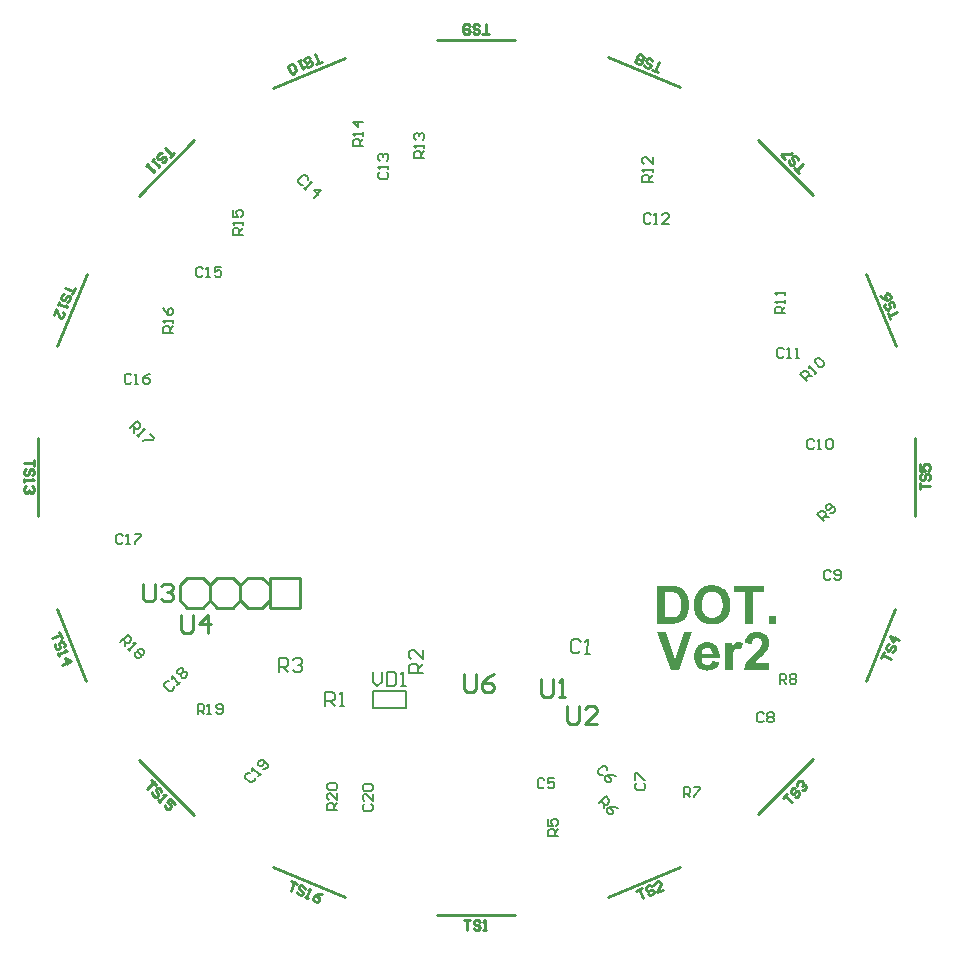
<source format=gto>
G04*
G04 #@! TF.GenerationSoftware,Altium Limited,Altium Designer,18.1.7 (191)*
G04*
G04 Layer_Color=65535*
%FSLAX42Y42*%
%MOMM*%
G71*
G01*
G75*
%ADD10C,0.25*%
%ADD11C,0.20*%
%ADD12C,0.21*%
%ADD13C,0.18*%
%ADD14C,0.19*%
G36*
X6390Y2617D02*
X6329D01*
Y2679D01*
X6390D01*
Y2617D01*
D02*
G37*
G36*
X6287Y2883D02*
X6193D01*
Y2617D01*
X6128D01*
Y2883D01*
X6033D01*
Y2938D01*
X6287D01*
Y2883D01*
D02*
G37*
G36*
X5516Y2937D02*
X5525Y2937D01*
X5535Y2936D01*
X5545Y2935D01*
X5555Y2933D01*
X5564Y2931D01*
X5564D01*
X5565Y2931D01*
X5566Y2930D01*
X5568Y2930D01*
X5574Y2927D01*
X5580Y2924D01*
X5588Y2920D01*
X5596Y2915D01*
X5604Y2909D01*
X5612Y2901D01*
X5612D01*
X5613Y2900D01*
X5615Y2898D01*
X5619Y2893D01*
X5623Y2887D01*
X5628Y2880D01*
X5633Y2871D01*
X5638Y2861D01*
X5642Y2850D01*
Y2849D01*
X5643Y2848D01*
X5643Y2846D01*
X5644Y2844D01*
X5645Y2841D01*
X5646Y2838D01*
X5646Y2833D01*
X5648Y2829D01*
X5649Y2824D01*
X5650Y2818D01*
X5651Y2812D01*
X5651Y2805D01*
X5652Y2790D01*
X5653Y2774D01*
Y2774D01*
Y2772D01*
Y2770D01*
Y2768D01*
X5652Y2764D01*
Y2760D01*
X5652Y2756D01*
X5652Y2751D01*
X5651Y2740D01*
X5649Y2729D01*
X5646Y2717D01*
X5643Y2706D01*
Y2706D01*
X5642Y2705D01*
X5641Y2703D01*
X5640Y2700D01*
X5640Y2697D01*
X5638Y2694D01*
X5634Y2686D01*
X5629Y2677D01*
X5623Y2667D01*
X5616Y2658D01*
X5609Y2649D01*
X5608Y2648D01*
X5605Y2646D01*
X5602Y2644D01*
X5596Y2640D01*
X5590Y2636D01*
X5583Y2632D01*
X5573Y2627D01*
X5563Y2624D01*
X5563D01*
X5562Y2623D01*
X5561D01*
X5559Y2623D01*
X5554Y2622D01*
X5548Y2620D01*
X5540Y2619D01*
X5530Y2618D01*
X5519Y2618D01*
X5506Y2617D01*
X5385D01*
Y2938D01*
X5513D01*
X5516Y2937D01*
D02*
G37*
G36*
X5856Y2943D02*
X5861D01*
X5867Y2942D01*
X5874Y2941D01*
X5882Y2940D01*
X5890Y2938D01*
X5899Y2936D01*
X5908Y2933D01*
X5917Y2929D01*
X5927Y2925D01*
X5936Y2920D01*
X5945Y2914D01*
X5954Y2907D01*
X5963Y2899D01*
X5963Y2899D01*
X5964Y2897D01*
X5967Y2894D01*
X5969Y2891D01*
X5972Y2887D01*
X5976Y2881D01*
X5980Y2875D01*
X5984Y2867D01*
X5988Y2859D01*
X5992Y2850D01*
X5995Y2840D01*
X5999Y2829D01*
X6001Y2817D01*
X6003Y2805D01*
X6005Y2791D01*
X6005Y2777D01*
Y2776D01*
Y2774D01*
X6005Y2770D01*
Y2764D01*
X6004Y2757D01*
X6003Y2750D01*
X6001Y2741D01*
X6000Y2732D01*
X5998Y2723D01*
X5995Y2713D01*
X5991Y2702D01*
X5987Y2692D01*
X5982Y2683D01*
X5976Y2673D01*
X5970Y2664D01*
X5963Y2655D01*
X5962Y2654D01*
X5961Y2653D01*
X5958Y2651D01*
X5955Y2648D01*
X5951Y2645D01*
X5945Y2641D01*
X5939Y2637D01*
X5933Y2633D01*
X5925Y2629D01*
X5917Y2625D01*
X5907Y2621D01*
X5897Y2618D01*
X5887Y2615D01*
X5875Y2613D01*
X5863Y2612D01*
X5850Y2611D01*
X5847D01*
X5843Y2612D01*
X5839Y2612D01*
X5833Y2613D01*
X5826Y2614D01*
X5818Y2615D01*
X5809Y2617D01*
X5800Y2619D01*
X5791Y2622D01*
X5782Y2626D01*
X5772Y2630D01*
X5763Y2634D01*
X5754Y2640D01*
X5745Y2647D01*
X5737Y2655D01*
X5736Y2655D01*
X5735Y2657D01*
X5733Y2659D01*
X5730Y2663D01*
X5727Y2667D01*
X5723Y2673D01*
X5720Y2679D01*
X5716Y2686D01*
X5712Y2694D01*
X5708Y2703D01*
X5704Y2713D01*
X5701Y2724D01*
X5698Y2735D01*
X5696Y2748D01*
X5695Y2761D01*
X5695Y2775D01*
Y2776D01*
Y2777D01*
Y2780D01*
X5695Y2783D01*
Y2788D01*
X5696Y2792D01*
X5696Y2798D01*
X5696Y2804D01*
X5698Y2817D01*
X5701Y2831D01*
X5704Y2844D01*
X5709Y2857D01*
Y2858D01*
X5709Y2858D01*
X5710Y2860D01*
X5711Y2862D01*
X5714Y2866D01*
X5717Y2872D01*
X5721Y2879D01*
X5726Y2886D01*
X5732Y2894D01*
X5739Y2901D01*
X5739Y2902D01*
X5739Y2902D01*
X5742Y2905D01*
X5746Y2908D01*
X5751Y2913D01*
X5757Y2917D01*
X5764Y2922D01*
X5772Y2927D01*
X5780Y2931D01*
X5781D01*
X5782Y2931D01*
X5783Y2932D01*
X5786Y2932D01*
X5789Y2934D01*
X5792Y2935D01*
X5796Y2936D01*
X5800Y2937D01*
X5810Y2939D01*
X5822Y2942D01*
X5835Y2943D01*
X5849Y2944D01*
X5852D01*
X5856Y2943D01*
D02*
G37*
G36*
X6079Y2462D02*
X6084Y2461D01*
X6091Y2460D01*
X6098Y2457D01*
X6105Y2455D01*
X6112Y2450D01*
X6093Y2397D01*
X6092Y2398D01*
X6090Y2399D01*
X6087Y2400D01*
X6083Y2402D01*
X6079Y2404D01*
X6074Y2406D01*
X6069Y2407D01*
X6064Y2407D01*
X6062D01*
X6059Y2407D01*
X6057Y2407D01*
X6053Y2406D01*
X6050Y2404D01*
X6046Y2402D01*
X6042Y2400D01*
X6042Y2400D01*
X6041Y2399D01*
X6039Y2397D01*
X6037Y2394D01*
X6035Y2391D01*
X6032Y2386D01*
X6030Y2381D01*
X6028Y2374D01*
Y2373D01*
X6028Y2372D01*
X6027Y2370D01*
Y2368D01*
X6027Y2365D01*
X6026Y2362D01*
X6026Y2357D01*
X6025Y2353D01*
X6025Y2347D01*
X6025Y2341D01*
Y2333D01*
X6024Y2326D01*
X6024Y2317D01*
Y2307D01*
Y2296D01*
Y2225D01*
X5962D01*
Y2457D01*
X6019D01*
Y2425D01*
X6019Y2425D01*
X6021Y2428D01*
X6024Y2432D01*
X6028Y2437D01*
X6032Y2442D01*
X6036Y2447D01*
X6040Y2452D01*
X6045Y2455D01*
X6045Y2456D01*
X6047Y2456D01*
X6050Y2457D01*
X6053Y2459D01*
X6057Y2460D01*
X6061Y2462D01*
X6066Y2462D01*
X6071Y2463D01*
X6075D01*
X6079Y2462D01*
D02*
G37*
G36*
X5570Y2225D02*
X5500D01*
X5385Y2545D01*
X5455D01*
X5536Y2308D01*
X5615Y2545D01*
X5683D01*
X5570Y2225D01*
D02*
G37*
G36*
X6239Y2547D02*
X6243Y2546D01*
X6248Y2546D01*
X6253Y2545D01*
X6258Y2544D01*
X6270Y2541D01*
X6282Y2536D01*
X6289Y2533D01*
X6294Y2530D01*
X6300Y2526D01*
X6305Y2521D01*
X6306Y2521D01*
X6307Y2520D01*
X6308Y2518D01*
X6310Y2517D01*
X6312Y2514D01*
X6314Y2511D01*
X6317Y2508D01*
X6319Y2504D01*
X6324Y2494D01*
X6329Y2484D01*
X6330Y2478D01*
X6331Y2471D01*
X6332Y2464D01*
X6333Y2457D01*
Y2456D01*
Y2454D01*
X6332Y2450D01*
X6332Y2444D01*
X6331Y2438D01*
X6330Y2431D01*
X6328Y2424D01*
X6325Y2416D01*
X6324Y2415D01*
X6324Y2413D01*
X6322Y2409D01*
X6319Y2404D01*
X6316Y2398D01*
X6312Y2391D01*
X6306Y2383D01*
X6300Y2375D01*
X6300Y2375D01*
X6298Y2373D01*
X6295Y2369D01*
X6291Y2365D01*
X6286Y2359D01*
X6279Y2352D01*
X6270Y2344D01*
X6260Y2334D01*
X6260Y2334D01*
X6259Y2333D01*
X6257Y2332D01*
X6256Y2330D01*
X6250Y2326D01*
X6244Y2320D01*
X6238Y2314D01*
X6232Y2308D01*
X6227Y2303D01*
X6225Y2301D01*
X6223Y2299D01*
X6223Y2298D01*
X6222Y2297D01*
X6220Y2295D01*
X6218Y2293D01*
X6214Y2288D01*
X6211Y2282D01*
X6333D01*
Y2225D01*
X6118D01*
Y2226D01*
Y2226D01*
X6118Y2228D01*
X6119Y2231D01*
X6119Y2233D01*
X6119Y2237D01*
X6121Y2245D01*
X6124Y2254D01*
X6128Y2264D01*
X6132Y2276D01*
X6138Y2286D01*
Y2287D01*
X6139Y2288D01*
X6140Y2289D01*
X6142Y2291D01*
X6144Y2295D01*
X6147Y2298D01*
X6150Y2302D01*
X6154Y2307D01*
X6158Y2312D01*
X6163Y2318D01*
X6169Y2324D01*
X6175Y2331D01*
X6182Y2338D01*
X6190Y2346D01*
X6198Y2354D01*
X6207Y2363D01*
X6208Y2363D01*
X6209Y2365D01*
X6211Y2367D01*
X6214Y2369D01*
X6218Y2372D01*
X6221Y2376D01*
X6230Y2384D01*
X6238Y2393D01*
X6246Y2402D01*
X6250Y2406D01*
X6254Y2410D01*
X6256Y2413D01*
X6258Y2416D01*
X6259Y2417D01*
X6260Y2419D01*
X6262Y2423D01*
X6265Y2428D01*
X6267Y2433D01*
X6269Y2440D01*
X6271Y2446D01*
X6271Y2453D01*
Y2454D01*
Y2454D01*
Y2456D01*
X6271Y2461D01*
X6270Y2465D01*
X6268Y2470D01*
X6267Y2475D01*
X6264Y2481D01*
X6260Y2485D01*
X6260Y2486D01*
X6258Y2487D01*
X6256Y2489D01*
X6252Y2491D01*
X6248Y2493D01*
X6243Y2494D01*
X6237Y2496D01*
X6230Y2496D01*
X6226D01*
X6223Y2496D01*
X6218Y2495D01*
X6213Y2494D01*
X6208Y2491D01*
X6203Y2488D01*
X6199Y2485D01*
X6198Y2484D01*
X6197Y2482D01*
X6195Y2480D01*
X6193Y2475D01*
X6191Y2470D01*
X6189Y2463D01*
X6187Y2456D01*
X6186Y2446D01*
X6125Y2452D01*
Y2453D01*
X6125Y2455D01*
Y2457D01*
X6126Y2461D01*
X6127Y2465D01*
X6128Y2469D01*
X6130Y2475D01*
X6131Y2481D01*
X6136Y2492D01*
X6141Y2504D01*
X6145Y2510D01*
X6149Y2516D01*
X6154Y2520D01*
X6159Y2525D01*
X6159Y2525D01*
X6160Y2526D01*
X6162Y2527D01*
X6164Y2529D01*
X6167Y2530D01*
X6170Y2532D01*
X6174Y2534D01*
X6179Y2536D01*
X6184Y2538D01*
X6189Y2540D01*
X6201Y2544D01*
X6216Y2546D01*
X6223Y2547D01*
X6231Y2547D01*
X6236D01*
X6239Y2547D01*
D02*
G37*
G36*
X5813Y2462D02*
X5817Y2462D01*
X5822Y2461D01*
X5827Y2460D01*
X5833Y2458D01*
X5840Y2456D01*
X5846Y2454D01*
X5853Y2451D01*
X5860Y2448D01*
X5867Y2444D01*
X5873Y2439D01*
X5880Y2434D01*
X5885Y2428D01*
X5886Y2427D01*
X5887Y2426D01*
X5888Y2424D01*
X5890Y2421D01*
X5892Y2418D01*
X5895Y2413D01*
X5897Y2408D01*
X5900Y2402D01*
X5903Y2395D01*
X5906Y2387D01*
X5908Y2379D01*
X5910Y2369D01*
X5912Y2359D01*
X5914Y2348D01*
X5914Y2336D01*
Y2323D01*
X5761D01*
Y2323D01*
Y2322D01*
Y2320D01*
X5761Y2319D01*
X5762Y2314D01*
X5763Y2307D01*
X5764Y2301D01*
X5767Y2294D01*
X5771Y2287D01*
X5775Y2281D01*
X5776Y2280D01*
X5778Y2278D01*
X5781Y2276D01*
X5785Y2273D01*
X5790Y2270D01*
X5796Y2268D01*
X5803Y2266D01*
X5811Y2266D01*
X5813D01*
X5816Y2266D01*
X5819Y2267D01*
X5823Y2268D01*
X5827Y2269D01*
X5831Y2271D01*
X5835Y2274D01*
X5835Y2274D01*
X5837Y2275D01*
X5839Y2277D01*
X5840Y2280D01*
X5843Y2283D01*
X5845Y2288D01*
X5848Y2293D01*
X5850Y2299D01*
X5911Y2289D01*
Y2288D01*
X5911Y2288D01*
X5910Y2286D01*
X5909Y2283D01*
X5907Y2281D01*
X5906Y2277D01*
X5902Y2270D01*
X5897Y2262D01*
X5890Y2253D01*
X5882Y2245D01*
X5874Y2238D01*
X5873D01*
X5873Y2237D01*
X5871Y2236D01*
X5869Y2235D01*
X5867Y2233D01*
X5864Y2232D01*
X5860Y2231D01*
X5856Y2229D01*
X5847Y2226D01*
X5836Y2223D01*
X5824Y2221D01*
X5810Y2220D01*
X5808D01*
X5805Y2220D01*
X5801D01*
X5795Y2221D01*
X5789Y2222D01*
X5783Y2223D01*
X5777Y2225D01*
X5769Y2227D01*
X5762Y2230D01*
X5754Y2233D01*
X5747Y2237D01*
X5739Y2241D01*
X5733Y2246D01*
X5727Y2252D01*
X5721Y2259D01*
X5720Y2260D01*
X5720Y2261D01*
X5719Y2263D01*
X5717Y2265D01*
X5715Y2268D01*
X5714Y2272D01*
X5711Y2276D01*
X5709Y2281D01*
X5707Y2287D01*
X5705Y2293D01*
X5703Y2299D01*
X5702Y2307D01*
X5700Y2314D01*
X5699Y2322D01*
X5698Y2331D01*
X5698Y2339D01*
Y2340D01*
Y2342D01*
Y2345D01*
X5698Y2349D01*
X5699Y2354D01*
X5699Y2359D01*
X5700Y2365D01*
X5702Y2372D01*
X5705Y2387D01*
X5708Y2394D01*
X5710Y2402D01*
X5714Y2409D01*
X5718Y2416D01*
X5723Y2423D01*
X5728Y2430D01*
X5728Y2430D01*
X5729Y2431D01*
X5731Y2433D01*
X5733Y2435D01*
X5736Y2437D01*
X5740Y2440D01*
X5744Y2443D01*
X5749Y2446D01*
X5754Y2449D01*
X5760Y2452D01*
X5766Y2455D01*
X5773Y2457D01*
X5780Y2459D01*
X5788Y2461D01*
X5795Y2462D01*
X5804Y2463D01*
X5809D01*
X5813Y2462D01*
D02*
G37*
%LPC*%
G36*
X5492Y2883D02*
X5450D01*
Y2671D01*
X5507D01*
X5513Y2672D01*
X5519D01*
X5526Y2673D01*
X5532Y2673D01*
X5537Y2674D01*
X5538D01*
X5540Y2675D01*
X5542Y2676D01*
X5546Y2677D01*
X5550Y2679D01*
X5554Y2682D01*
X5559Y2684D01*
X5563Y2688D01*
X5563Y2688D01*
X5565Y2689D01*
X5566Y2692D01*
X5569Y2695D01*
X5571Y2699D01*
X5574Y2704D01*
X5577Y2711D01*
X5579Y2718D01*
Y2719D01*
X5580Y2719D01*
Y2720D01*
X5580Y2722D01*
X5581Y2724D01*
X5582Y2727D01*
X5583Y2734D01*
X5584Y2742D01*
X5585Y2752D01*
X5586Y2764D01*
X5586Y2777D01*
Y2777D01*
Y2779D01*
Y2781D01*
Y2783D01*
Y2786D01*
X5586Y2790D01*
X5585Y2798D01*
X5584Y2807D01*
X5584Y2817D01*
X5582Y2826D01*
X5579Y2834D01*
Y2834D01*
X5579Y2835D01*
X5578Y2837D01*
X5577Y2841D01*
X5575Y2845D01*
X5572Y2850D01*
X5569Y2855D01*
X5565Y2860D01*
X5561Y2865D01*
X5560Y2865D01*
X5559Y2867D01*
X5556Y2869D01*
X5553Y2871D01*
X5548Y2874D01*
X5543Y2876D01*
X5538Y2878D01*
X5531Y2880D01*
X5531D01*
X5528Y2881D01*
X5525Y2881D01*
X5520Y2882D01*
X5516D01*
X5512Y2882D01*
X5508D01*
X5503Y2883D01*
X5498D01*
X5492Y2883D01*
D02*
G37*
G36*
X5850Y2888D02*
X5846D01*
X5844Y2888D01*
X5840Y2888D01*
X5836Y2887D01*
X5827Y2885D01*
X5817Y2882D01*
X5811Y2880D01*
X5806Y2877D01*
X5801Y2874D01*
X5795Y2870D01*
X5790Y2866D01*
X5785Y2861D01*
X5785Y2860D01*
X5784Y2859D01*
X5783Y2858D01*
X5782Y2856D01*
X5780Y2852D01*
X5778Y2849D01*
X5776Y2845D01*
X5773Y2840D01*
X5771Y2834D01*
X5769Y2828D01*
X5767Y2821D01*
X5765Y2814D01*
X5764Y2806D01*
X5762Y2797D01*
X5762Y2788D01*
X5761Y2777D01*
Y2777D01*
Y2775D01*
Y2772D01*
X5762Y2769D01*
X5762Y2764D01*
X5763Y2758D01*
X5764Y2753D01*
X5764Y2746D01*
X5767Y2733D01*
X5772Y2720D01*
X5775Y2713D01*
X5778Y2706D01*
X5782Y2700D01*
X5786Y2695D01*
X5787Y2694D01*
X5788Y2693D01*
X5789Y2692D01*
X5791Y2690D01*
X5793Y2688D01*
X5796Y2686D01*
X5800Y2683D01*
X5804Y2681D01*
X5813Y2675D01*
X5824Y2671D01*
X5830Y2669D01*
X5836Y2668D01*
X5843Y2667D01*
X5850Y2666D01*
X5854D01*
X5857Y2667D01*
X5860Y2667D01*
X5864Y2668D01*
X5872Y2670D01*
X5882Y2673D01*
X5888Y2676D01*
X5893Y2678D01*
X5898Y2681D01*
X5904Y2685D01*
X5909Y2689D01*
X5914Y2694D01*
X5914Y2695D01*
X5914Y2695D01*
X5916Y2697D01*
X5917Y2699D01*
X5920Y2702D01*
X5921Y2706D01*
X5924Y2710D01*
X5926Y2715D01*
X5928Y2721D01*
X5931Y2727D01*
X5933Y2734D01*
X5935Y2742D01*
X5936Y2750D01*
X5938Y2758D01*
X5938Y2768D01*
X5938Y2778D01*
Y2779D01*
Y2781D01*
Y2783D01*
X5938Y2788D01*
X5938Y2792D01*
X5937Y2797D01*
X5937Y2803D01*
X5935Y2809D01*
X5932Y2823D01*
X5928Y2837D01*
X5926Y2844D01*
X5922Y2850D01*
X5918Y2856D01*
X5914Y2861D01*
X5914Y2862D01*
X5913Y2863D01*
X5912Y2863D01*
X5910Y2865D01*
X5907Y2868D01*
X5904Y2870D01*
X5901Y2872D01*
X5897Y2875D01*
X5893Y2877D01*
X5888Y2880D01*
X5877Y2884D01*
X5871Y2886D01*
X5864Y2887D01*
X5858Y2888D01*
X5850Y2888D01*
D02*
G37*
G36*
X5808Y2415D02*
X5804D01*
X5801Y2414D01*
X5796Y2413D01*
X5791Y2412D01*
X5785Y2409D01*
X5780Y2406D01*
X5775Y2400D01*
X5774Y2400D01*
X5773Y2398D01*
X5771Y2394D01*
X5768Y2390D01*
X5765Y2384D01*
X5764Y2377D01*
X5762Y2369D01*
X5762Y2361D01*
X5853D01*
Y2361D01*
Y2362D01*
Y2363D01*
X5853Y2365D01*
X5852Y2370D01*
X5851Y2375D01*
X5850Y2382D01*
X5847Y2389D01*
X5844Y2395D01*
X5839Y2401D01*
X5839Y2401D01*
X5837Y2403D01*
X5834Y2406D01*
X5831Y2408D01*
X5826Y2411D01*
X5820Y2413D01*
X5814Y2415D01*
X5808Y2415D01*
D02*
G37*
%LPD*%
D10*
X993Y1463D02*
X1460Y996D01*
X299Y2739D02*
X551Y2129D01*
X145Y3525D02*
Y4185D01*
X304Y4966D02*
X556Y5576D01*
X998Y6242D02*
X1465Y6709D01*
X2129Y7151D02*
X2739Y7404D01*
X3522Y7560D02*
X4183D01*
X4966Y7411D02*
X5576Y7159D01*
X6240Y6712D02*
X6707Y6245D01*
X7154Y5578D02*
X7406Y4968D01*
X7565Y3525D02*
Y4185D01*
X7149Y2132D02*
X7401Y2742D01*
X6237Y1003D02*
X6704Y1470D01*
X4966Y306D02*
X5576Y559D01*
X3522Y152D02*
X4183D01*
X2129Y554D02*
X2739Y301D01*
X2106Y2750D02*
X2360D01*
X2106D02*
Y3005D01*
X2360Y2750D02*
Y3005D01*
X2042Y2750D02*
X2106Y2814D01*
X1916Y2750D02*
X2042D01*
X1852Y2814D02*
X1916Y2750D01*
X1852Y2814D02*
Y2941D01*
X1916Y3005D01*
X2042D01*
X2106Y2941D01*
Y3005D02*
X2360D01*
X1789Y3005D02*
X1852Y2941D01*
X1661Y3005D02*
X1789Y3005D01*
X1598Y2941D02*
X1661Y3005D01*
X1598Y2814D02*
Y2941D01*
Y2814D02*
X1661Y2750D01*
X1789Y2750D01*
X1852Y2814D01*
X1535Y3005D02*
X1598Y2941D01*
X1407Y3005D02*
X1535D01*
X1344Y2941D02*
X1407Y3005D01*
X1344Y2814D02*
Y2941D01*
Y2814D02*
X1407Y2750D01*
X1535D01*
X1598Y2814D01*
X2285Y437D02*
X2335Y416D01*
X2310Y426D01*
X2280Y352D01*
X2404Y374D02*
X2396Y391D01*
X2372Y401D01*
X2354Y394D01*
X2349Y382D01*
X2356Y364D01*
X2381Y354D01*
X2388Y337D01*
X2383Y324D01*
X2366Y317D01*
X2341Y327D01*
X2334Y345D01*
X2403Y302D02*
X2428Y292D01*
X2415Y297D01*
X2446Y371D01*
X2428Y364D01*
X2544Y330D02*
X2515Y328D01*
X2480Y314D01*
X2470Y289D01*
X2477Y272D01*
X2502Y261D01*
X2519Y269D01*
X2524Y281D01*
X2517Y299D01*
X2480Y314D01*
X1102Y1293D02*
X1139Y1255D01*
X1121Y1274D01*
X1064Y1218D01*
X1186Y1189D02*
X1186Y1207D01*
X1167Y1227D01*
X1149Y1227D01*
X1139Y1217D01*
X1139Y1199D01*
X1157Y1180D01*
X1157Y1161D01*
X1148Y1151D01*
X1129Y1152D01*
X1110Y1171D01*
X1110Y1190D01*
X1157Y1123D02*
X1175Y1104D01*
X1166Y1113D01*
X1223Y1169D01*
X1204Y1170D01*
X1298Y1093D02*
X1260Y1131D01*
X1232Y1103D01*
X1260Y1093D01*
X1269Y1084D01*
X1269Y1065D01*
X1250Y1046D01*
X1231Y1047D01*
X1213Y1066D01*
X1213Y1085D01*
X322Y2548D02*
X342Y2498D01*
X332Y2523D01*
X258Y2493D01*
X360Y2419D02*
X367Y2437D01*
X357Y2461D01*
X339Y2469D01*
X327Y2464D01*
X320Y2446D01*
X330Y2422D01*
X323Y2404D01*
X310Y2399D01*
X293Y2406D01*
X283Y2431D01*
X290Y2449D01*
X308Y2369D02*
X318Y2345D01*
X313Y2357D01*
X387Y2387D01*
X370Y2395D01*
X348Y2271D02*
X422Y2301D01*
X370Y2323D01*
X390Y2274D01*
X105Y4006D02*
Y3952D01*
Y3979D01*
X25D01*
X92Y3872D02*
X105Y3886D01*
Y3912D01*
X92Y3926D01*
X79D01*
X65Y3912D01*
Y3886D01*
X52Y3872D01*
X39D01*
X25Y3886D01*
Y3912D01*
X39Y3926D01*
X25Y3846D02*
Y3819D01*
Y3832D01*
X105D01*
X92Y3846D01*
Y3779D02*
X105Y3766D01*
Y3739D01*
X92Y3726D01*
X79D01*
X65Y3739D01*
Y3752D01*
Y3739D01*
X52Y3726D01*
X39D01*
X25Y3739D01*
Y3766D01*
X39Y3779D01*
X452Y5458D02*
X432Y5408D01*
X442Y5433D01*
X368Y5463D01*
X390Y5339D02*
X408Y5347D01*
X417Y5371D01*
X410Y5389D01*
X398Y5394D01*
X380Y5386D01*
X370Y5361D01*
X353Y5354D01*
X341Y5359D01*
X333Y5376D01*
X343Y5401D01*
X360Y5408D01*
X319Y5339D02*
X309Y5314D01*
X314Y5326D01*
X388Y5297D01*
X381Y5314D01*
X274Y5227D02*
X294Y5277D01*
X324Y5208D01*
X336Y5203D01*
X354Y5210D01*
X363Y5235D01*
X356Y5252D01*
X1295Y6605D02*
X1257Y6568D01*
X1276Y6586D01*
X1221Y6644D01*
X1190Y6522D02*
X1208Y6522D01*
X1228Y6540D01*
X1228Y6559D01*
X1219Y6569D01*
X1200Y6569D01*
X1181Y6551D01*
X1162Y6551D01*
X1153Y6561D01*
X1153Y6580D01*
X1173Y6598D01*
X1191Y6598D01*
X1124Y6552D02*
X1105Y6534D01*
X1115Y6543D01*
X1170Y6485D01*
X1170Y6504D01*
X1076Y6506D02*
X1057Y6488D01*
X1066Y6497D01*
X1122Y6439D01*
X1122Y6458D01*
X2543Y7376D02*
X2494Y7356D01*
X2519Y7366D01*
X2488Y7440D01*
X2415Y7337D02*
X2432Y7330D01*
X2457Y7340D01*
X2464Y7358D01*
X2459Y7370D01*
X2442Y7377D01*
X2417Y7367D01*
X2400Y7374D01*
X2395Y7386D01*
X2402Y7404D01*
X2426Y7414D01*
X2444Y7407D01*
X2365Y7389D02*
X2340Y7378D01*
X2353Y7383D01*
X2383Y7310D01*
X2390Y7327D01*
X2329Y7301D02*
X2322Y7284D01*
X2297Y7274D01*
X2280Y7281D01*
X2259Y7330D01*
X2266Y7348D01*
X2291Y7358D01*
X2308Y7351D01*
X2329Y7301D01*
X3958Y7613D02*
X3904D01*
X3931D01*
Y7693D01*
X3824Y7626D02*
X3838Y7613D01*
X3864D01*
X3878Y7626D01*
Y7639D01*
X3864Y7653D01*
X3838D01*
X3824Y7666D01*
Y7679D01*
X3838Y7693D01*
X3864D01*
X3878Y7679D01*
X3798D02*
X3784Y7693D01*
X3758D01*
X3744Y7679D01*
Y7626D01*
X3758Y7613D01*
X3784D01*
X3798Y7626D01*
Y7639D01*
X3784Y7653D01*
X3744D01*
X5392Y7286D02*
X5343Y7306D01*
X5368Y7296D01*
X5398Y7370D01*
X5274Y7349D02*
X5281Y7331D01*
X5306Y7321D01*
X5323Y7329D01*
X5328Y7341D01*
X5321Y7358D01*
X5296Y7368D01*
X5289Y7386D01*
X5294Y7398D01*
X5311Y7405D01*
X5336Y7395D01*
X5343Y7378D01*
X5249Y7359D02*
X5232Y7352D01*
X5207Y7362D01*
X5200Y7379D01*
X5205Y7391D01*
X5222Y7399D01*
X5215Y7416D01*
X5220Y7428D01*
X5237Y7436D01*
X5262Y7426D01*
X5269Y7408D01*
X5264Y7396D01*
X5247Y7389D01*
X5254Y7371D01*
X5249Y7359D01*
X5247Y7389D02*
X5222Y7399D01*
X6584Y6436D02*
X6546Y6473D01*
X6565Y6454D01*
X6621Y6511D01*
X6498Y6539D02*
X6498Y6520D01*
X6517Y6501D01*
X6536Y6501D01*
X6546Y6511D01*
X6546Y6530D01*
X6527Y6548D01*
X6526Y6567D01*
X6536Y6577D01*
X6555Y6577D01*
X6574Y6558D01*
X6574Y6539D01*
X6470Y6548D02*
X6432Y6586D01*
X6442Y6595D01*
X6517Y6595D01*
X6526Y6605D01*
X7357Y5195D02*
X7335Y5244D01*
X7346Y5220D01*
X7419Y5252D01*
X7315Y5323D02*
X7308Y5305D01*
X7319Y5281D01*
X7337Y5274D01*
X7349Y5279D01*
X7356Y5297D01*
X7345Y5321D01*
X7352Y5339D01*
X7364Y5344D01*
X7382Y5337D01*
X7392Y5313D01*
X7386Y5295D01*
X7271Y5390D02*
X7294Y5371D01*
X7329Y5358D01*
X7353Y5368D01*
X7360Y5386D01*
X7349Y5410D01*
X7332Y5417D01*
X7320Y5412D01*
X7313Y5394D01*
X7329Y5358D01*
X7610Y3753D02*
Y3806D01*
Y3779D01*
X7690D01*
X7623Y3886D02*
X7610Y3872D01*
Y3846D01*
X7623Y3832D01*
X7637D01*
X7650Y3846D01*
Y3872D01*
X7663Y3886D01*
X7677D01*
X7690Y3872D01*
Y3846D01*
X7677Y3832D01*
X7610Y3966D02*
Y3912D01*
X7650D01*
X7637Y3939D01*
Y3952D01*
X7650Y3966D01*
X7677D01*
X7690Y3952D01*
Y3926D01*
X7677Y3912D01*
X7283Y2325D02*
X7303Y2374D01*
X7293Y2350D01*
X7367Y2320D01*
X7346Y2444D02*
X7328Y2436D01*
X7318Y2411D01*
X7326Y2394D01*
X7338Y2389D01*
X7355Y2396D01*
X7365Y2421D01*
X7383Y2429D01*
X7395Y2424D01*
X7402Y2406D01*
X7392Y2382D01*
X7375Y2374D01*
X7432Y2480D02*
X7358Y2510D01*
X7380Y2458D01*
X7400Y2508D01*
X6448Y1141D02*
X6486Y1179D01*
X6467Y1160D01*
X6524Y1104D01*
X6551Y1227D02*
X6533Y1227D01*
X6514Y1208D01*
X6514Y1189D01*
X6523Y1179D01*
X6542Y1179D01*
X6561Y1198D01*
X6580Y1198D01*
X6589Y1189D01*
X6589Y1170D01*
X6571Y1151D01*
X6552Y1151D01*
X6570Y1246D02*
X6570Y1264D01*
X6589Y1283D01*
X6608Y1283D01*
X6617Y1274D01*
X6617Y1255D01*
X6608Y1246D01*
X6617Y1255D01*
X6636Y1255D01*
X6646Y1246D01*
X6646Y1227D01*
X6627Y1208D01*
X6608Y1208D01*
X5209Y356D02*
X5258Y377D01*
X5233Y367D01*
X5265Y293D01*
X5337Y396D02*
X5319Y403D01*
X5295Y393D01*
X5288Y375D01*
X5293Y363D01*
X5310Y356D01*
X5335Y366D01*
X5352Y359D01*
X5358Y347D01*
X5350Y329D01*
X5326Y319D01*
X5308Y326D01*
X5436Y366D02*
X5387Y345D01*
X5416Y415D01*
X5410Y427D01*
X5393Y434D01*
X5368Y424D01*
X5361Y406D01*
X3750Y105D02*
X3803D01*
X3777D01*
Y25D01*
X3883Y92D02*
X3870Y105D01*
X3843D01*
X3830Y92D01*
Y79D01*
X3843Y65D01*
X3870D01*
X3883Y52D01*
Y39D01*
X3870Y25D01*
X3843D01*
X3830Y39D01*
X3910Y25D02*
X3937D01*
X3923D01*
Y105D01*
X3910Y92D01*
X1032Y2957D02*
Y2830D01*
X1058Y2805D01*
X1109D01*
X1134Y2830D01*
Y2957D01*
X1185Y2932D02*
X1210Y2957D01*
X1261D01*
X1286Y2932D01*
Y2907D01*
X1261Y2881D01*
X1236D01*
X1261D01*
X1286Y2856D01*
Y2830D01*
X1261Y2805D01*
X1210D01*
X1185Y2830D01*
X4402Y2150D02*
Y2023D01*
X4427Y1998D01*
X4478D01*
X4504Y2023D01*
Y2150D01*
X4554Y1998D02*
X4605D01*
X4580D01*
Y2150D01*
X4554Y2124D01*
X3747Y2192D02*
Y2065D01*
X3773Y2040D01*
X3824D01*
X3849Y2065D01*
Y2192D01*
X4001D02*
X3951Y2167D01*
X3900Y2116D01*
Y2065D01*
X3925Y2040D01*
X3976D01*
X4001Y2065D01*
Y2091D01*
X3976Y2116D01*
X3900D01*
X1350Y2687D02*
Y2560D01*
X1375Y2535D01*
X1426D01*
X1452Y2560D01*
Y2687D01*
X1579Y2535D02*
Y2687D01*
X1502Y2611D01*
X1604D01*
X4617Y1922D02*
Y1795D01*
X4643Y1770D01*
X4694D01*
X4719Y1795D01*
Y1922D01*
X4871Y1770D02*
X4770D01*
X4871Y1872D01*
Y1897D01*
X4846Y1922D01*
X4795D01*
X4770Y1897D01*
D11*
X3257Y1905D02*
Y2045D01*
X2977Y1905D02*
Y2045D01*
Y1905D02*
X3257D01*
X2977Y2045D02*
X3257D01*
D12*
X1875Y5908D02*
X1790D01*
Y5950D01*
X1804Y5964D01*
X1833D01*
X1847Y5950D01*
Y5908D01*
Y5936D02*
X1875Y5964D01*
Y5992D02*
Y6021D01*
Y6007D01*
X1790D01*
X1804Y5992D01*
X1790Y6120D02*
Y6063D01*
X1833D01*
X1818Y6092D01*
Y6106D01*
X1833Y6120D01*
X1861D01*
X1875Y6106D01*
Y6077D01*
X1861Y6063D01*
X1539Y5623D02*
X1525Y5637D01*
X1497D01*
X1482Y5623D01*
Y5567D01*
X1497Y5553D01*
X1525D01*
X1539Y5567D01*
X1567Y5553D02*
X1596D01*
X1582D01*
Y5637D01*
X1567Y5623D01*
X1695Y5637D02*
X1638D01*
Y5595D01*
X1667Y5609D01*
X1681D01*
X1695Y5595D01*
Y5567D01*
X1681Y5553D01*
X1652D01*
X1638Y5567D01*
X1285Y5078D02*
X1200D01*
Y5120D01*
X1214Y5134D01*
X1243D01*
X1257Y5120D01*
Y5078D01*
Y5106D02*
X1285Y5134D01*
Y5162D02*
Y5191D01*
Y5177D01*
X1200D01*
X1214Y5162D01*
X1200Y5290D02*
X1214Y5262D01*
X1243Y5233D01*
X1271D01*
X1285Y5247D01*
Y5276D01*
X1271Y5290D01*
X1257D01*
X1243Y5276D01*
Y5233D01*
X932Y4721D02*
X917Y4735D01*
X889D01*
X875Y4721D01*
Y4664D01*
X889Y4650D01*
X917D01*
X932Y4664D01*
X960Y4650D02*
X988D01*
X974D01*
Y4735D01*
X960Y4721D01*
X1087Y4735D02*
X1059Y4721D01*
X1031Y4693D01*
Y4664D01*
X1045Y4650D01*
X1073D01*
X1087Y4664D01*
Y4679D01*
X1073Y4693D01*
X1031D01*
X918Y4275D02*
X978Y4335D01*
X1008Y4305D01*
Y4285D01*
X988Y4265D01*
X968D01*
X938Y4295D01*
X958Y4275D02*
X958Y4235D01*
X978Y4215D02*
X998Y4195D01*
X988Y4205D01*
X1048Y4265D01*
X1028D01*
X1088Y4225D02*
X1128Y4185D01*
X1118Y4175D01*
X1038D01*
X1028Y4165D01*
X862Y3363D02*
X847Y3377D01*
X819D01*
X805Y3363D01*
Y3307D01*
X819Y3292D01*
X847D01*
X862Y3307D01*
X890Y3292D02*
X918D01*
X904D01*
Y3377D01*
X890Y3363D01*
X961Y3377D02*
X1017D01*
Y3363D01*
X961Y3307D01*
Y3292D01*
X840Y2465D02*
X900Y2525D01*
X930Y2495D01*
Y2475D01*
X910Y2455D01*
X890D01*
X860Y2485D01*
X880Y2465D02*
X880Y2425D01*
X900Y2405D02*
X920Y2385D01*
X910Y2395D01*
X970Y2455D01*
X950D01*
X1000Y2405D02*
X1020D01*
X1040Y2385D01*
Y2365D01*
X1030Y2355D01*
X1010D01*
Y2335D01*
X1000Y2325D01*
X980D01*
X960Y2345D01*
Y2365D01*
X970Y2375D01*
X990D01*
Y2395D01*
X1000Y2405D01*
X990Y2375D02*
X1010Y2355D01*
X1252Y2130D02*
X1232D01*
X1212Y2110D01*
Y2090D01*
X1252Y2050D01*
X1273D01*
X1293Y2070D01*
Y2090D01*
X1323Y2100D02*
X1343Y2120D01*
X1333Y2110D01*
X1273Y2170D01*
Y2150D01*
X1323Y2200D02*
Y2220D01*
X1343Y2240D01*
X1363D01*
X1373Y2230D01*
Y2210D01*
X1393D01*
X1403Y2200D01*
Y2180D01*
X1383Y2160D01*
X1363D01*
X1353Y2170D01*
Y2190D01*
X1333D01*
X1323Y2200D01*
X1353Y2190D02*
X1373Y2210D01*
X1493Y1852D02*
Y1937D01*
X1535D01*
X1549Y1923D01*
Y1895D01*
X1535Y1881D01*
X1493D01*
X1521D02*
X1549Y1852D01*
X1577D02*
X1606D01*
X1592D01*
Y1937D01*
X1577Y1923D01*
X1648Y1867D02*
X1662Y1852D01*
X1691D01*
X1705Y1867D01*
Y1923D01*
X1691Y1937D01*
X1662D01*
X1648Y1923D01*
Y1909D01*
X1662Y1895D01*
X1705D01*
X1937Y1353D02*
X1917D01*
X1897Y1333D01*
Y1313D01*
X1937Y1273D01*
X1958D01*
X1978Y1293D01*
Y1313D01*
X2008Y1323D02*
X2028Y1343D01*
X2018Y1333D01*
X1958Y1393D01*
Y1373D01*
X2048Y1383D02*
X2068D01*
X2088Y1403D01*
Y1423D01*
X2048Y1463D01*
X2028D01*
X2008Y1443D01*
Y1423D01*
X2018Y1413D01*
X2038D01*
X2068Y1443D01*
X2675Y1040D02*
X2590D01*
Y1082D01*
X2604Y1097D01*
X2633D01*
X2647Y1082D01*
Y1040D01*
Y1068D02*
X2675Y1097D01*
Y1182D02*
Y1125D01*
X2618Y1182D01*
X2604D01*
X2590Y1167D01*
Y1139D01*
X2604Y1125D01*
Y1210D02*
X2590Y1224D01*
Y1252D01*
X2604Y1267D01*
X2661D01*
X2675Y1252D01*
Y1224D01*
X2661Y1210D01*
X2604D01*
X2904Y1089D02*
X2890Y1075D01*
Y1047D01*
X2904Y1032D01*
X2961D01*
X2975Y1047D01*
Y1075D01*
X2961Y1089D01*
X2975Y1174D02*
Y1117D01*
X2918Y1174D01*
X2904D01*
X2890Y1160D01*
Y1132D01*
X2904Y1117D01*
Y1202D02*
X2890Y1217D01*
Y1245D01*
X2904Y1259D01*
X2961D01*
X2975Y1245D01*
Y1217D01*
X2961Y1202D01*
X2904D01*
X2892Y6662D02*
X2808D01*
Y6705D01*
X2822Y6719D01*
X2850D01*
X2864Y6705D01*
Y6662D01*
Y6691D02*
X2892Y6719D01*
Y6747D02*
Y6776D01*
Y6762D01*
X2808D01*
X2822Y6747D01*
X2892Y6861D02*
X2808D01*
X2850Y6818D01*
Y6875D01*
X2425Y6375D02*
Y6395D01*
X2405Y6415D01*
X2385D01*
X2345Y6375D01*
Y6355D01*
X2365Y6335D01*
X2385D01*
X2395Y6305D02*
X2415Y6285D01*
X2405Y6295D01*
X2465Y6355D01*
X2445D01*
X2475Y6225D02*
X2535Y6285D01*
X2475D01*
X2515Y6245D01*
X3037Y6439D02*
X3023Y6425D01*
Y6397D01*
X3037Y6383D01*
X3093D01*
X3108Y6397D01*
Y6425D01*
X3093Y6439D01*
X3108Y6467D02*
Y6496D01*
Y6482D01*
X3023D01*
X3037Y6467D01*
Y6538D02*
X3023Y6552D01*
Y6581D01*
X3037Y6595D01*
X3051D01*
X3065Y6581D01*
Y6567D01*
Y6581D01*
X3079Y6595D01*
X3093D01*
X3108Y6581D01*
Y6552D01*
X3093Y6538D01*
X3412Y6560D02*
X3328D01*
Y6602D01*
X3342Y6617D01*
X3370D01*
X3384Y6602D01*
Y6560D01*
Y6588D02*
X3412Y6617D01*
Y6645D02*
Y6673D01*
Y6659D01*
X3328D01*
X3342Y6645D01*
Y6716D02*
X3328Y6730D01*
Y6758D01*
X3342Y6772D01*
X3356D01*
X3370Y6758D01*
Y6744D01*
Y6758D01*
X3384Y6772D01*
X3398D01*
X3412Y6758D01*
Y6730D01*
X3398Y6716D01*
X5345Y6355D02*
X5260D01*
Y6397D01*
X5274Y6412D01*
X5303D01*
X5317Y6397D01*
Y6355D01*
Y6383D02*
X5345Y6412D01*
Y6440D02*
Y6468D01*
Y6454D01*
X5260D01*
X5274Y6440D01*
X5345Y6567D02*
Y6511D01*
X5288Y6567D01*
X5274D01*
X5260Y6553D01*
Y6525D01*
X5274Y6511D01*
X5329Y6076D02*
X5315Y6090D01*
X5287D01*
X5272Y6076D01*
Y6019D01*
X5287Y6005D01*
X5315D01*
X5329Y6019D01*
X5357Y6005D02*
X5386D01*
X5372D01*
Y6090D01*
X5357Y6076D01*
X5485Y6005D02*
X5428D01*
X5485Y6062D01*
Y6076D01*
X5471Y6090D01*
X5442D01*
X5428Y6076D01*
X6470Y5245D02*
X6385D01*
Y5287D01*
X6399Y5302D01*
X6428D01*
X6442Y5287D01*
Y5245D01*
Y5273D02*
X6470Y5302D01*
Y5330D02*
Y5358D01*
Y5344D01*
X6385D01*
X6399Y5330D01*
X6470Y5401D02*
Y5429D01*
Y5415D01*
X6385D01*
X6399Y5401D01*
X6459Y4941D02*
X6445Y4955D01*
X6417D01*
X6403Y4941D01*
Y4884D01*
X6417Y4870D01*
X6445D01*
X6459Y4884D01*
X6487Y4870D02*
X6516D01*
X6502D01*
Y4955D01*
X6487Y4941D01*
X6558Y4870D02*
X6587D01*
X6572D01*
Y4955D01*
X6558Y4941D01*
X6657Y4670D02*
X6597Y4730D01*
X6627Y4760D01*
X6647D01*
X6668Y4740D01*
Y4720D01*
X6637Y4690D01*
X6657Y4710D02*
X6698Y4710D01*
X6718Y4730D02*
X6738Y4750D01*
X6728Y4740D01*
X6668Y4800D01*
Y4780D01*
X6718Y4830D02*
Y4850D01*
X6738Y4870D01*
X6758D01*
X6798Y4830D01*
Y4810D01*
X6778Y4790D01*
X6758D01*
X6718Y4830D01*
X6714Y4166D02*
X6700Y4180D01*
X6672D01*
X6657Y4166D01*
Y4109D01*
X6672Y4095D01*
X6700D01*
X6714Y4109D01*
X6742Y4095D02*
X6771D01*
X6757D01*
Y4180D01*
X6742Y4166D01*
X6813D02*
X6827Y4180D01*
X6856D01*
X6870Y4166D01*
Y4109D01*
X6856Y4095D01*
X6827D01*
X6813Y4109D01*
Y4166D01*
X6800Y3483D02*
X6740Y3543D01*
X6770Y3573D01*
X6790D01*
X6810Y3553D01*
Y3533D01*
X6780Y3503D01*
X6800Y3523D02*
X6840Y3523D01*
X6850Y3553D02*
X6870D01*
X6890Y3573D01*
Y3593D01*
X6850Y3633D01*
X6830D01*
X6810Y3613D01*
Y3593D01*
X6820Y3583D01*
X6840D01*
X6870Y3613D01*
X6857Y3058D02*
X6842Y3072D01*
X6814D01*
X6800Y3058D01*
Y3002D01*
X6814Y2988D01*
X6842D01*
X6857Y3002D01*
X6885D02*
X6899Y2988D01*
X6927D01*
X6942Y3002D01*
Y3058D01*
X6927Y3072D01*
X6899D01*
X6885Y3058D01*
Y3044D01*
X6899Y3030D01*
X6942D01*
X4545Y820D02*
X4460D01*
Y862D01*
X4474Y877D01*
X4503D01*
X4517Y862D01*
Y820D01*
Y848D02*
X4545Y877D01*
X4460Y962D02*
Y905D01*
X4503D01*
X4488Y933D01*
Y947D01*
X4503Y962D01*
X4531D01*
X4545Y947D01*
Y919D01*
X4531Y905D01*
X4429Y1293D02*
X4415Y1307D01*
X4387D01*
X4372Y1293D01*
Y1237D01*
X4387Y1223D01*
X4415D01*
X4429Y1237D01*
X4514Y1307D02*
X4457D01*
Y1265D01*
X4486Y1279D01*
X4500D01*
X4514Y1265D01*
Y1237D01*
X4500Y1223D01*
X4472D01*
X4457Y1237D01*
X4963Y1375D02*
Y1395D01*
X4943Y1415D01*
X4923D01*
X4883Y1375D01*
Y1355D01*
X4903Y1335D01*
X4923D01*
X5033Y1325D02*
X5003Y1335D01*
X4963D01*
X4943Y1315D01*
Y1295D01*
X4963Y1275D01*
X4983D01*
X4993Y1285D01*
Y1305D01*
X4963Y1335D01*
X4890Y1095D02*
X4950Y1155D01*
X4980Y1125D01*
Y1105D01*
X4960Y1085D01*
X4940D01*
X4910Y1115D01*
X4930Y1095D02*
X4930Y1055D01*
X5050D02*
X5020Y1065D01*
X4980D01*
X4960Y1045D01*
Y1025D01*
X4980Y1005D01*
X5000D01*
X5010Y1015D01*
Y1035D01*
X4980Y1065D01*
X5608Y1148D02*
Y1232D01*
X5650D01*
X5664Y1218D01*
Y1190D01*
X5650Y1176D01*
X5608D01*
X5636D02*
X5664Y1148D01*
X5692Y1232D02*
X5749D01*
Y1218D01*
X5692Y1162D01*
Y1148D01*
X5214Y1264D02*
X5200Y1250D01*
Y1222D01*
X5214Y1207D01*
X5271D01*
X5285Y1222D01*
Y1250D01*
X5271Y1264D01*
X5200Y1292D02*
Y1349D01*
X5214D01*
X5271Y1292D01*
X5285D01*
X6420Y2110D02*
Y2195D01*
X6462D01*
X6477Y2181D01*
Y2152D01*
X6462Y2138D01*
X6420D01*
X6448D02*
X6477Y2110D01*
X6505Y2181D02*
X6519Y2195D01*
X6547D01*
X6562Y2181D01*
Y2167D01*
X6547Y2152D01*
X6562Y2138D01*
Y2124D01*
X6547Y2110D01*
X6519D01*
X6505Y2124D01*
Y2138D01*
X6519Y2152D01*
X6505Y2167D01*
Y2181D01*
X6519Y2152D02*
X6547D01*
X6289Y1853D02*
X6275Y1867D01*
X6247D01*
X6233Y1853D01*
Y1797D01*
X6247Y1783D01*
X6275D01*
X6289Y1797D01*
X6318Y1853D02*
X6332Y1867D01*
X6360D01*
X6374Y1853D01*
Y1839D01*
X6360Y1825D01*
X6374Y1811D01*
Y1797D01*
X6360Y1783D01*
X6332D01*
X6318Y1797D01*
Y1811D01*
X6332Y1825D01*
X6318Y1839D01*
Y1853D01*
X6332Y1825D02*
X6360D01*
D13*
X2180Y2208D02*
Y2327D01*
X2240D01*
X2260Y2307D01*
Y2267D01*
X2240Y2247D01*
X2180D01*
X2220D02*
X2260Y2208D01*
X2300Y2307D02*
X2320Y2327D01*
X2360D01*
X2380Y2307D01*
Y2287D01*
X2360Y2267D01*
X2340D01*
X2360D01*
X2380Y2247D01*
Y2227D01*
X2360Y2208D01*
X2320D01*
X2300Y2227D01*
X3403Y2198D02*
X3283D01*
Y2257D01*
X3303Y2277D01*
X3343D01*
X3363Y2257D01*
Y2198D01*
Y2237D02*
X3403Y2277D01*
Y2397D02*
Y2317D01*
X3323Y2397D01*
X3303D01*
X3283Y2377D01*
Y2337D01*
X3303Y2317D01*
X2975Y2207D02*
Y2127D01*
X3015Y2088D01*
X3055Y2127D01*
Y2207D01*
X3095D02*
Y2088D01*
X3155D01*
X3175Y2107D01*
Y2187D01*
X3155Y2207D01*
X3095D01*
X3215Y2088D02*
X3255D01*
X3235D01*
Y2207D01*
X3215Y2187D01*
X2575Y1920D02*
Y2040D01*
X2635D01*
X2655Y2020D01*
Y1980D01*
X2635Y1960D01*
X2575D01*
X2615D02*
X2655Y1920D01*
X2695D02*
X2735D01*
X2715D01*
Y2040D01*
X2695Y2020D01*
D14*
X4736Y2465D02*
X4717Y2486D01*
X4677Y2487D01*
X4656Y2467D01*
X4654Y2387D01*
X4673Y2367D01*
X4713Y2366D01*
X4734Y2385D01*
X4773Y2364D02*
X4813Y2363D01*
X4793Y2364D01*
X4797Y2484D01*
X4776Y2464D01*
M02*

</source>
